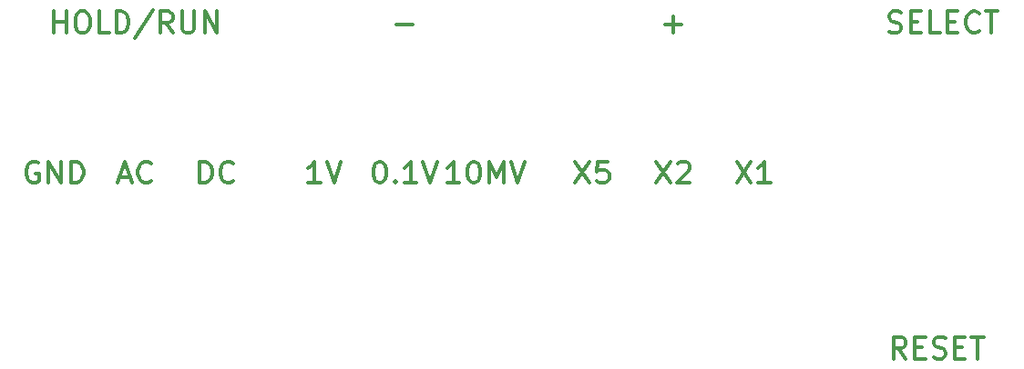
<source format=gto>
G04 #@! TF.GenerationSoftware,KiCad,Pcbnew,6.0.9-8da3e8f707~116~ubuntu22.04.1*
G04 #@! TF.CreationDate,2022-11-12T12:35:46-05:00*
G04 #@! TF.ProjectId,dso138_testpanel,64736f31-3338-45f7-9465-737470616e65,rev?*
G04 #@! TF.SameCoordinates,Original*
G04 #@! TF.FileFunction,Legend,Top*
G04 #@! TF.FilePolarity,Positive*
%FSLAX46Y46*%
G04 Gerber Fmt 4.6, Leading zero omitted, Abs format (unit mm)*
G04 Created by KiCad (PCBNEW 6.0.9-8da3e8f707~116~ubuntu22.04.1) date 2022-11-12 12:35:46*
%MOMM*%
%LPD*%
G01*
G04 APERTURE LIST*
%ADD10C,0.300000*%
G04 APERTURE END LIST*
D10*
X35119047Y72095239D02*
X35309523Y72095239D01*
X35500000Y72000000D01*
X35595238Y71904762D01*
X35690476Y71714286D01*
X35785714Y71333334D01*
X35785714Y70857143D01*
X35690476Y70476191D01*
X35595238Y70285715D01*
X35500000Y70190477D01*
X35309523Y70095239D01*
X35119047Y70095239D01*
X34928571Y70190477D01*
X34833333Y70285715D01*
X34738095Y70476191D01*
X34642857Y70857143D01*
X34642857Y71333334D01*
X34738095Y71714286D01*
X34833333Y71904762D01*
X34928571Y72000000D01*
X35119047Y72095239D01*
X36642857Y70285715D02*
X36738095Y70190477D01*
X36642857Y70095239D01*
X36547619Y70190477D01*
X36642857Y70285715D01*
X36642857Y70095239D01*
X38642857Y70095239D02*
X37500000Y70095239D01*
X38071428Y70095239D02*
X38071428Y72095239D01*
X37880952Y71809524D01*
X37690476Y71619048D01*
X37500000Y71523810D01*
X39214285Y72095239D02*
X39880952Y70095239D01*
X40547619Y72095239D01*
X18476190Y70095239D02*
X18476190Y72095239D01*
X18952380Y72095239D01*
X19238095Y72000000D01*
X19428571Y71809524D01*
X19523809Y71619048D01*
X19619047Y71238096D01*
X19619047Y70952381D01*
X19523809Y70571429D01*
X19428571Y70380953D01*
X19238095Y70190477D01*
X18952380Y70095239D01*
X18476190Y70095239D01*
X21619047Y70285715D02*
X21523809Y70190477D01*
X21238095Y70095239D01*
X21047619Y70095239D01*
X20761904Y70190477D01*
X20571428Y70380953D01*
X20476190Y70571429D01*
X20380952Y70952381D01*
X20380952Y71238096D01*
X20476190Y71619048D01*
X20571428Y71809524D01*
X20761904Y72000000D01*
X21047619Y72095239D01*
X21238095Y72095239D01*
X21523809Y72000000D01*
X21619047Y71904762D01*
X29714285Y70095239D02*
X28571428Y70095239D01*
X29142857Y70095239D02*
X29142857Y72095239D01*
X28952380Y71809524D01*
X28761904Y71619048D01*
X28571428Y71523810D01*
X30285714Y72095239D02*
X30952380Y70095239D01*
X31619047Y72095239D01*
X60880952Y72095239D02*
X62214285Y70095239D01*
X62214285Y72095239D02*
X60880952Y70095239D01*
X62880952Y71904762D02*
X62976190Y72000000D01*
X63166666Y72095239D01*
X63642857Y72095239D01*
X63833333Y72000000D01*
X63928571Y71904762D01*
X64023809Y71714286D01*
X64023809Y71523810D01*
X63928571Y71238096D01*
X62785714Y70095239D01*
X64023809Y70095239D01*
X82547619Y84190477D02*
X82833333Y84095239D01*
X83309523Y84095239D01*
X83500000Y84190477D01*
X83595238Y84285715D01*
X83690476Y84476191D01*
X83690476Y84666667D01*
X83595238Y84857143D01*
X83500000Y84952381D01*
X83309523Y85047620D01*
X82928571Y85142858D01*
X82738095Y85238096D01*
X82642857Y85333334D01*
X82547619Y85523810D01*
X82547619Y85714286D01*
X82642857Y85904762D01*
X82738095Y86000000D01*
X82928571Y86095239D01*
X83404761Y86095239D01*
X83690476Y86000000D01*
X84547619Y85142858D02*
X85214285Y85142858D01*
X85500000Y84095239D02*
X84547619Y84095239D01*
X84547619Y86095239D01*
X85500000Y86095239D01*
X87309523Y84095239D02*
X86357142Y84095239D01*
X86357142Y86095239D01*
X87976190Y85142858D02*
X88642857Y85142858D01*
X88928571Y84095239D02*
X87976190Y84095239D01*
X87976190Y86095239D01*
X88928571Y86095239D01*
X90928571Y84285715D02*
X90833333Y84190477D01*
X90547619Y84095239D01*
X90357142Y84095239D01*
X90071428Y84190477D01*
X89880952Y84380953D01*
X89785714Y84571429D01*
X89690476Y84952381D01*
X89690476Y85238096D01*
X89785714Y85619048D01*
X89880952Y85809524D01*
X90071428Y86000000D01*
X90357142Y86095239D01*
X90547619Y86095239D01*
X90833333Y86000000D01*
X90928571Y85904762D01*
X91500000Y86095239D02*
X92642857Y86095239D01*
X92071428Y84095239D02*
X92071428Y86095239D01*
X4928571Y84095239D02*
X4928571Y86095239D01*
X4928571Y85142858D02*
X6071428Y85142858D01*
X6071428Y84095239D02*
X6071428Y86095239D01*
X7404761Y86095239D02*
X7785714Y86095239D01*
X7976190Y86000000D01*
X8166666Y85809524D01*
X8261904Y85428572D01*
X8261904Y84761905D01*
X8166666Y84380953D01*
X7976190Y84190477D01*
X7785714Y84095239D01*
X7404761Y84095239D01*
X7214285Y84190477D01*
X7023809Y84380953D01*
X6928571Y84761905D01*
X6928571Y85428572D01*
X7023809Y85809524D01*
X7214285Y86000000D01*
X7404761Y86095239D01*
X10071428Y84095239D02*
X9119047Y84095239D01*
X9119047Y86095239D01*
X10738095Y84095239D02*
X10738095Y86095239D01*
X11214285Y86095239D01*
X11500000Y86000000D01*
X11690476Y85809524D01*
X11785714Y85619048D01*
X11880952Y85238096D01*
X11880952Y84952381D01*
X11785714Y84571429D01*
X11690476Y84380953D01*
X11500000Y84190477D01*
X11214285Y84095239D01*
X10738095Y84095239D01*
X14166666Y86190477D02*
X12452380Y83619048D01*
X15976190Y84095239D02*
X15309523Y85047620D01*
X14833333Y84095239D02*
X14833333Y86095239D01*
X15595238Y86095239D01*
X15785714Y86000000D01*
X15880952Y85904762D01*
X15976190Y85714286D01*
X15976190Y85428572D01*
X15880952Y85238096D01*
X15785714Y85142858D01*
X15595238Y85047620D01*
X14833333Y85047620D01*
X16833333Y86095239D02*
X16833333Y84476191D01*
X16928571Y84285715D01*
X17023809Y84190477D01*
X17214285Y84095239D01*
X17595238Y84095239D01*
X17785714Y84190477D01*
X17880952Y84285715D01*
X17976190Y84476191D01*
X17976190Y86095239D01*
X18928571Y84095239D02*
X18928571Y86095239D01*
X20071428Y84095239D01*
X20071428Y86095239D01*
X3476190Y72000000D02*
X3285714Y72095239D01*
X3000000Y72095239D01*
X2714285Y72000000D01*
X2523809Y71809524D01*
X2428571Y71619048D01*
X2333333Y71238096D01*
X2333333Y70952381D01*
X2428571Y70571429D01*
X2523809Y70380953D01*
X2714285Y70190477D01*
X3000000Y70095239D01*
X3190476Y70095239D01*
X3476190Y70190477D01*
X3571428Y70285715D01*
X3571428Y70952381D01*
X3190476Y70952381D01*
X4428571Y70095239D02*
X4428571Y72095239D01*
X5571428Y70095239D01*
X5571428Y72095239D01*
X6523809Y70095239D02*
X6523809Y72095239D01*
X7000000Y72095239D01*
X7285714Y72000000D01*
X7476190Y71809524D01*
X7571428Y71619048D01*
X7666666Y71238096D01*
X7666666Y70952381D01*
X7571428Y70571429D01*
X7476190Y70380953D01*
X7285714Y70190477D01*
X7000000Y70095239D01*
X6523809Y70095239D01*
X36738095Y84857143D02*
X38261904Y84857143D01*
X11023809Y70666667D02*
X11976190Y70666667D01*
X10833333Y70095239D02*
X11500000Y72095239D01*
X12166666Y70095239D01*
X13976190Y70285715D02*
X13880952Y70190477D01*
X13595238Y70095239D01*
X13404761Y70095239D01*
X13119047Y70190477D01*
X12928571Y70380953D01*
X12833333Y70571429D01*
X12738095Y70952381D01*
X12738095Y71238096D01*
X12833333Y71619048D01*
X12928571Y71809524D01*
X13119047Y72000000D01*
X13404761Y72095239D01*
X13595238Y72095239D01*
X13880952Y72000000D01*
X13976190Y71904762D01*
X84095238Y53745239D02*
X83428571Y54697620D01*
X82952380Y53745239D02*
X82952380Y55745239D01*
X83714285Y55745239D01*
X83904761Y55650000D01*
X84000000Y55554762D01*
X84095238Y55364286D01*
X84095238Y55078572D01*
X84000000Y54888096D01*
X83904761Y54792858D01*
X83714285Y54697620D01*
X82952380Y54697620D01*
X84952380Y54792858D02*
X85619047Y54792858D01*
X85904761Y53745239D02*
X84952380Y53745239D01*
X84952380Y55745239D01*
X85904761Y55745239D01*
X86666666Y53840477D02*
X86952380Y53745239D01*
X87428571Y53745239D01*
X87619047Y53840477D01*
X87714285Y53935715D01*
X87809523Y54126191D01*
X87809523Y54316667D01*
X87714285Y54507143D01*
X87619047Y54602381D01*
X87428571Y54697620D01*
X87047619Y54792858D01*
X86857142Y54888096D01*
X86761904Y54983334D01*
X86666666Y55173810D01*
X86666666Y55364286D01*
X86761904Y55554762D01*
X86857142Y55650000D01*
X87047619Y55745239D01*
X87523809Y55745239D01*
X87809523Y55650000D01*
X88666666Y54792858D02*
X89333333Y54792858D01*
X89619047Y53745239D02*
X88666666Y53745239D01*
X88666666Y55745239D01*
X89619047Y55745239D01*
X90190476Y55745239D02*
X91333333Y55745239D01*
X90761904Y53745239D02*
X90761904Y55745239D01*
X42619047Y70095239D02*
X41476190Y70095239D01*
X42047619Y70095239D02*
X42047619Y72095239D01*
X41857142Y71809524D01*
X41666666Y71619048D01*
X41476190Y71523810D01*
X43857142Y72095239D02*
X44047619Y72095239D01*
X44238095Y72000000D01*
X44333333Y71904762D01*
X44428571Y71714286D01*
X44523809Y71333334D01*
X44523809Y70857143D01*
X44428571Y70476191D01*
X44333333Y70285715D01*
X44238095Y70190477D01*
X44047619Y70095239D01*
X43857142Y70095239D01*
X43666666Y70190477D01*
X43571428Y70285715D01*
X43476190Y70476191D01*
X43380952Y70857143D01*
X43380952Y71333334D01*
X43476190Y71714286D01*
X43571428Y71904762D01*
X43666666Y72000000D01*
X43857142Y72095239D01*
X45380952Y70095239D02*
X45380952Y72095239D01*
X46047619Y70666667D01*
X46714285Y72095239D01*
X46714285Y70095239D01*
X47380952Y72095239D02*
X48047619Y70095239D01*
X48714285Y72095239D01*
X61738095Y84857143D02*
X63261904Y84857143D01*
X62500000Y84095239D02*
X62500000Y85619048D01*
X68380952Y72095239D02*
X69714285Y70095239D01*
X69714285Y72095239D02*
X68380952Y70095239D01*
X71523809Y70095239D02*
X70380952Y70095239D01*
X70952380Y70095239D02*
X70952380Y72095239D01*
X70761904Y71809524D01*
X70571428Y71619048D01*
X70380952Y71523810D01*
X53380952Y72095239D02*
X54714285Y70095239D01*
X54714285Y72095239D02*
X53380952Y70095239D01*
X56428571Y72095239D02*
X55476190Y72095239D01*
X55380952Y71142858D01*
X55476190Y71238096D01*
X55666666Y71333334D01*
X56142857Y71333334D01*
X56333333Y71238096D01*
X56428571Y71142858D01*
X56523809Y70952381D01*
X56523809Y70476191D01*
X56428571Y70285715D01*
X56333333Y70190477D01*
X56142857Y70095239D01*
X55666666Y70095239D01*
X55476190Y70190477D01*
X55380952Y70285715D01*
M02*

</source>
